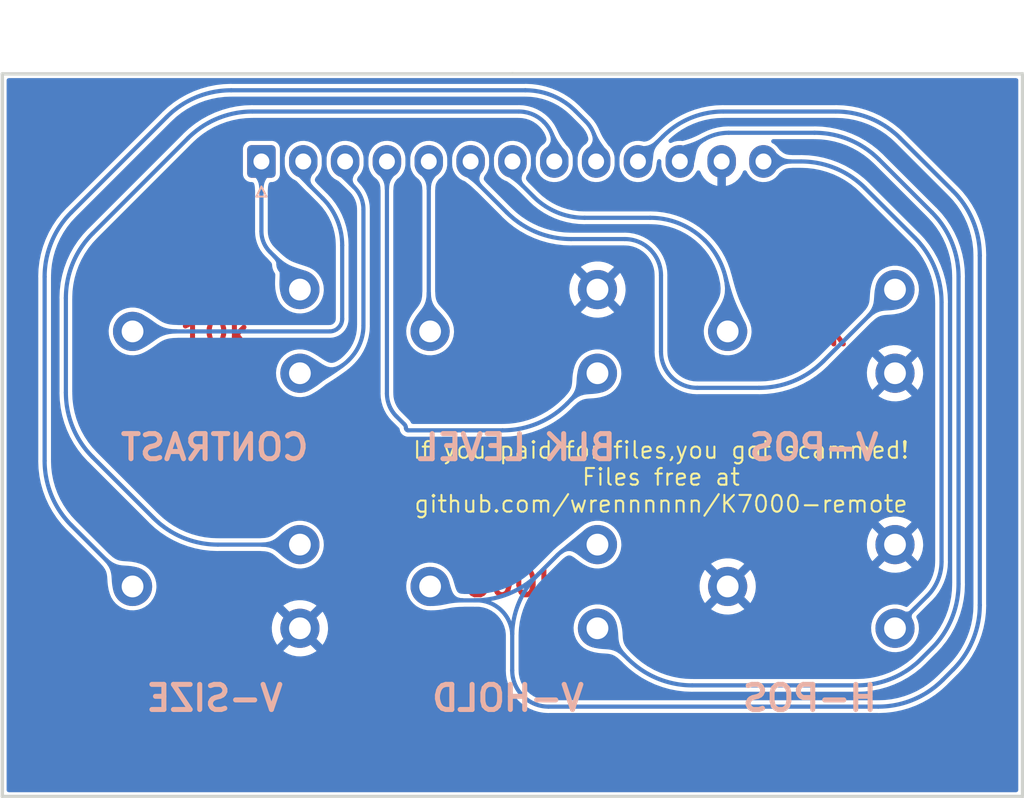
<source format=kicad_pcb>
(kicad_pcb (version 20211014) (generator pcbnew)
  (layers (0 "F.Cu" signal) (31 "B.Cu" signal) (34 "B.Paste" user) (35 "F.Paste" user) (36 "B.SilkS" user "B.Silkscreen") (37 "F.SilkS" user "F.Silkscreen") (38 "B.Mask" user) (39 "F.Mask" user) (44 "Edge.Cuts" user))
  (net 0 "")
  (net 1 "Net-(RV6-Pad1)")
  (net 2 "Net-(RV2-Pad1)")
  (net 3 "Net-(RV4-Pad1)")
  (net 4 "Net-(RV4-Pad2)")
  (net 5 "Net-(RV2-Pad2)")
  (net 6 "Net-(RV2-Pad3)")
  (net 7 "Net-(RV5-Pad2)")
  (net 8 "Net-(RV5-Pad3)")
  (net 9 "Net-(RV3-Pad2)")
  (net 10 "Net-(RV3-Pad1)")
  (net 11 "Net-(RV1-Pad1)")
  (net 12 "Net-(RV1-Pad2)")
  (net 13 "Net-(RV1-Pad3)")
  (footprint "Potentiometer_THT:Potentiometer_Piher_PT-10-V10_Vertical" (layer "B.Cu") (at 110.504 58.819 180)
    (fp_text reference "RV3" hide)
    (fp_text value "R_Potentiometer_Trim")
    (pad "1" thru_hole circle (at 0 0 180) (size 2.34 2.34) (drill 1.3) (layers *.Cu *.Mask) (net 10 "Net-(RV3-Pad1)"))
    (pad "2" thru_hole circle (at 10 2.5 180) (size 2.34 2.34) (drill 1.3) (layers *.Cu *.Mask) (net 9 "Net-(RV3-Pad2)"))
    (pad "3" thru_hole circle (at 0 5 180) (size 2.34 2.34) (drill 1.3) (layers *.Cu *.Mask) (net 2 "Net-(RV2-Pad1)"))
  )
  (footprint "Potentiometer_THT:Potentiometer_Piher_PT-10-V10_Vertical" (layer "B.Cu") (at 92.724 58.819 180)
    (fp_text reference "RV1" hide)
    (fp_text value "R_Potentiometer_Trim")
    (pad "1" thru_hole circle (at 0 0 180) (size 2.34 2.34) (drill 1.3) (layers *.Cu *.Mask) (net 11 "Net-(RV1-Pad1)"))
    (pad "2" thru_hole circle (at 10 2.5 180) (size 2.34 2.34) (drill 1.3) (layers *.Cu *.Mask) (net 12 "Net-(RV1-Pad2)"))
    (pad "3" thru_hole circle (at 0 5 180) (size 2.34 2.34) (drill 1.3) (layers *.Cu *.Mask) (net 13 "Net-(RV1-Pad3)"))
  )
  (footprint "Potentiometer_THT:Potentiometer_Piher_PT-10-V10_Vertical" (layer "B.Cu") (at 92.724 74.059 180)
    (fp_text reference "RV2" hide)
    (fp_text value "R_Potentiometer_Trim")
    (pad "1" thru_hole circle (at 0 0 180) (size 2.34 2.34) (drill 1.3) (layers *.Cu *.Mask) (net 2 "Net-(RV2-Pad1)"))
    (pad "2" thru_hole circle (at 10 2.5 180) (size 2.34 2.34) (drill 1.3) (layers *.Cu *.Mask) (net 5 "Net-(RV2-Pad2)"))
    (pad "3" thru_hole circle (at 0 5 180) (size 2.34 2.34) (drill 1.3) (layers *.Cu *.Mask) (net 6 "Net-(RV2-Pad3)"))
  )
  (footprint "Connector_JST:JST_XH_S13B-XH-A-1_1x13_P2.50mm_Horizontal" (layer "B.Cu") (at 90.424 46.164)
    (fp_text reference "J1" hide)
    (fp_text value "Conn_01x13")
    (fp_line (start 0.3 2.1) (end 0 1.5) (layer "B.SilkS") (width 0.12))
    (fp_line (start -0.3 2.1) (end 0.3 2.1) (layer "B.SilkS") (width 0.12))
    (fp_line (start 0 1.5) (end -0.3 2.1) (layer "B.SilkS") (width 0.12))
    (pad "1" thru_hole roundrect (at 0 0) (size 1.7 1.95) (drill 0.95) (layers *.Cu *.Mask) (roundrect_rratio 0.1470588235) (net 13 "Net-(RV1-Pad3)"))
    (pad "2" thru_hole oval (at 2.5 0) (size 1.7 1.95) (drill 0.95) (layers *.Cu *.Mask) (net 12 "Net-(RV1-Pad2)"))
    (pad "3" thru_hole oval (at 5 0) (size 1.7 1.95) (drill 0.95) (layers *.Cu *.Mask) (net 11 "Net-(RV1-Pad1)"))
    (pad "4" thru_hole oval (at 7.5 0) (size 1.7 1.95) (drill 0.95) (layers *.Cu *.Mask) (net 10 "Net-(RV3-Pad1)"))
    (pad "5" thru_hole oval (at 10 0) (size 1.7 1.95) (drill 0.95) (layers *.Cu *.Mask) (net 9 "Net-(RV3-Pad2)"))
    (pad "6" thru_hole oval (at 12.5 0) (size 1.7 1.95) (drill 0.95) (layers *.Cu *.Mask) (net 8 "Net-(RV5-Pad3)"))
    (pad "7" thru_hole oval (at 15 0) (size 1.7 1.95) (drill 0.95) (layers *.Cu *.Mask) (net 7 "Net-(RV5-Pad2)"))
    (pad "8" thru_hole oval (at 17.5 0) (size 1.7 1.95) (drill 0.95) (layers *.Cu *.Mask) (net 6 "Net-(RV2-Pad3)"))
    (pad "9" thru_hole oval (at 20 0) (size 1.7 1.95) (drill 0.95) (layers *.Cu *.Mask) (net 5 "Net-(RV2-Pad2)"))
    (pad "10" thru_hole oval (at 22.5 0) (size 1.7 1.95) (drill 0.95) (layers *.Cu *.Mask) (net 4 "Net-(RV4-Pad2)"))
    (pad "11" thru_hole oval (at 25 0) (size 1.7 1.95) (drill 0.95) (layers *.Cu *.Mask) (net 3 "Net-(RV4-Pad1)"))
    (pad "12" thru_hole oval (at 27.5 0) (size 1.7 1.95) (drill 0.95) (layers *.Cu *.Mask) (net 2 "Net-(RV2-Pad1)"))
    (pad "13" thru_hole oval (at 30 0) (size 1.7 1.95) (drill 0.95) (layers *.Cu *.Mask) (net 1 "Net-(RV6-Pad1)"))
  )
  (footprint "Potentiometer_THT:Potentiometer_Piher_PT-10-V10_Vertical" (layer "B.Cu") (at 128.284 58.819 180)
    (fp_text reference "RV5" hide)
    (fp_text value "R_Potentiometer_Trim")
    (pad "1" thru_hole circle (at 0 0 180) (size 2.34 2.34) (drill 1.3) (layers *.Cu *.Mask) (net 2 "Net-(RV2-Pad1)"))
    (pad "2" thru_hole circle (at 10 2.5 180) (size 2.34 2.34) (drill 1.3) (layers *.Cu *.Mask) (net 7 "Net-(RV5-Pad2)"))
    (pad "3" thru_hole circle (at 0 5 180) (size 2.34 2.34) (drill 1.3) (layers *.Cu *.Mask) (net 8 "Net-(RV5-Pad3)"))
  )
  (footprint "Potentiometer_THT:Potentiometer_Piher_PT-10-V10_Vertical" (layer "B.Cu") (at 110.504 74.059 180)
    (fp_text reference "RV4" hide)
    (fp_text value "R_Potentiometer_Trim")
    (pad "1" thru_hole circle (at 0 0 180) (size 2.34 2.34) (drill 1.3) (layers *.Cu *.Mask) (net 3 "Net-(RV4-Pad1)"))
    (pad "2" thru_hole circle (at 10 2.5 180) (size 2.34 2.34) (drill 1.3) (layers *.Cu *.Mask) (net 4 "Net-(RV4-Pad2)"))
    (pad "3" thru_hole circle (at 0 5 180) (size 2.34 2.34) (drill 1.3) (layers *.Cu *.Mask) (net 4 "Net-(RV4-Pad2)"))
  )
  (footprint "Potentiometer_THT:Potentiometer_Piher_PT-10-V10_Vertical" (layer "B.Cu") (at 128.284 74.059 180)
    (fp_text reference "RV6" hide)
    (fp_text value "R_Potentiometer_Trim")
    (pad "1" thru_hole circle (at 0 0 180) (size 2.34 2.34) (drill 1.3) (layers *.Cu *.Mask) (net 1 "Net-(RV6-Pad1)"))
    (pad "2" thru_hole circle (at 10 2.5 180) (size 2.34 2.34) (drill 1.3) (layers *.Cu *.Mask) (net 2 "Net-(RV2-Pad1)"))
    (pad "3" thru_hole circle (at 0 5 180) (size 2.34 2.34) (drill 1.3) (layers *.Cu *.Mask) (net 2 "Net-(RV2-Pad1)"))
  )
  (gr_line (start 74.944 84.109) (end 74.944 40.929) (layer "Edge.Cuts") (width 0.2))
  (gr_line (start 135.904 40.929) (end 135.904 84.109) (layer "Edge.Cuts") (width 0.2))
  (gr_line (start 74.944 40.929) (end 105.424 40.929) (layer "Edge.Cuts") (width 0.2))
  (gr_line (start 135.904 84.109) (end 74.944 84.109) (layer "Edge.Cuts") (width 0.2))
  (gr_line (start 105.424 40.929) (end 135.904 40.929) (layer "Edge.Cuts") (width 0.2))
  (gr_text "10k\n" (at 87.63 56.388) (layer "F.Cu") (effects (font (size 1.5 1.5) (thickness 0.3))))
  (gr_text "200Ω" (at 87.884 71.628) (layer "F.Cu") (effects (font (size 1.5 1.5) (thickness 0.3))))
  (gr_text "500k\n" (at 105.41 71.374) (layer "F.Cu") (effects (font (size 1.5 1.5) (thickness 0.3))))
  (gr_text "500Ω\n" (at 123.444 71.628) (layer "F.Cu") (effects (font (size 1.5 1.5) (thickness 0.3))))
  (gr_text "Wren Sorenson" (at 84.074 78.74) (layer "F.Cu") (effects (font (size 1.5 1.5) (thickness 0.3))))
  (gr_text "v1 2023" (at 80.518 81.28) (layer "F.Cu") (effects (font (size 1.5 1.5) (thickness 0.3))))
  (gr_text "2k\n" (at 105.41 56.388) (layer "F.Cu") (effects (font (size 1.5 1.5) (thickness 0.3))))
  (gr_text "25k\n" (at 123.444 56.388) (layer "F.Cu") (effects (font (size 1.5 1.5) (thickness 0.3))))
  (gr_text "V-SIZE\n" (at 87.63 78.232) (layer "B.SilkS") (effects (font (size 1.5 1.5) (thickness 0.3)) (justify mirror)))
  (gr_text "V-HOLD\n" (at 105.156 78.232) (layer "B.SilkS") (effects (font (size 1.5 1.5) (thickness 0.3)) (justify mirror)))
  (gr_text "BLK LEVEL\n" (at 105.664 63.246) (layer "B.SilkS") (effects (font (size 1.5 1.5) (thickness 0.3)) (justify mirror)))
  (gr_text "V-POS" (at 123.444 63.246) (layer "B.SilkS") (effects (font (size 1.5 1.5) (thickness 0.3)) (justify mirror)))
  (gr_text "CONTRAST\n" (at 87.63 63.246) (layer "B.SilkS") (effects (font (size 1.5 1.5) (thickness 0.3)) (justify mirror)))
  (gr_text "H-POS" (at 123.19 78.232) (layer "B.SilkS") (effects (font (size 1.5 1.5) (thickness 0.3)) (justify mirror)))
  (gr_text "If you paid for files,you got scammed!\nFiles free at\ngithub.com/wrennnnnn/K7000-remote\n" (at 114.3 65.024) (layer "F.SilkS") (effects (font (size 1 1) (thickness 0.1246))))
  (segment (start 122.664 46.164) (end 120.424 46.164) (width 0.25) (layer "B.Cu") (net 1))
  (segment (start 131.064 54.577963) (end 131.064 70.077979) (width 0.25) (layer "B.Cu") (net 1))
  (segment (start 130.21475 72.12825) (end 129.45625 72.88675) (width 0.25) (layer "B.Cu") (net 1))
  (segment (start 129.470207 50.730207) (end 126.487919 47.747919) (width 0.25) (layer "B.Cu") (net 1))
  (segment (start 129.27475 73.06825) (end 129.45625 72.88675) (width 0.25) (layer "B.Cu") (net 1))
  (segment (start 129.45625 72.88675) (end 129.27475 73.06825) (width 0.25) (layer "B.Cu") (net 1))
  (segment (start 129.45625 72.88675) (end 129.547 72.796) (width 0.25) (layer "B.Cu") (net 1))
  (segment (start 129.27475 73.06825) (end 128.284 74.059) (width 0.25) (layer "B.Cu") (net 1))
  (arc (start 122.664 46.164) (mid 124.73349 46.575647) (end 126.487919 47.747919) (width 0.25) (layer "B.Cu") (net 1))
  (arc (start 129.470207 50.730207) (mid 130.649786 52.495572) (end 131.064 54.577963) (width 0.25) (layer "B.Cu") (net 1))
  (arc (start 129.45625 72.88675) (mid 129.45625 72.88675) (end 129.45625 72.88675) (width 0.25) (layer "B.Cu") (net 1))
  (arc (start 131.064 70.077979) (mid 130.843287 71.187577) (end 130.21475 72.12825) (width 0.25) (layer "B.Cu") (net 1))
  (segment (start 117.922 46.164) (end 117.924 46.164) (width 0.25) (layer "B.Cu") (net 2))
  (segment (start 118.11 48.514) (end 118.364 48.768) (width 0.25) (layer "B.Cu") (net 2))
  (segment (start 117.888 46.196) (end 117.918585 46.165414) (width 0.25) (layer "B.Cu") (net 2))
  (segment (start 117.856 46.273254) (end 117.856 47.900789) (width 0.25) (layer "B.Cu") (net 2))
  (arc (start 117.922 46.164) (mid 117.920152 46.164367) (end 117.918585 46.165414) (width 0.25) (layer "B.Cu") (net 2))
  (arc (start 117.888 46.196) (mid 117.864316 46.231444) (end 117.856 46.273254) (width 0.25) (layer "B.Cu") (net 2))
  (arc (start 118.11 48.514) (mid 117.922012 48.232656) (end 117.856 47.900789) (width 0.25) (layer "B.Cu") (net 2))
  (segment (start 132.08 71.406036) (end 132.08 53.053963) (width 0.25) (layer "B.Cu") (net 3))
  (segment (start 123.476036 44.45) (end 118.349981 44.45) (width 0.25) (layer "B.Cu") (net 3))
  (segment (start 116.281 45.307) (end 115.424 46.164) (width 0.25) (layer "B.Cu") (net 3))
  (segment (start 130.486206 75.253792) (end 129.863792 75.876207) (width 0.25) (layer "B.Cu") (net 3))
  (segment (start 112.321207 75.876207) (end 110.504 74.059) (width 0.25) (layer "B.Cu") (net 3))
  (segment (start 126.016036 77.47) (end 116.168963 77.47) (width 0.25) (layer "B.Cu") (net 3))
  (segment (start 130.486207 49.206207) (end 127.323792 46.043792) (width 0.25) (layer "B.Cu") (net 3))
  (arc (start 118.349981 44.45) (mid 117.230256 44.672727) (end 116.281 45.307) (width 0.25) (layer "B.Cu") (net 3))
  (arc (start 126.016036 77.47) (mid 128.098426 77.055786) (end 129.863792 75.876207) (width 0.25) (layer "B.Cu") (net 3))
  (arc (start 130.486207 49.206207) (mid 131.665786 50.971572) (end 132.08 53.053963) (width 0.25) (layer "B.Cu") (net 3))
  (arc (start 132.08 71.406036) (mid 131.665786 73.488426) (end 130.486206 75.253792) (width 0.25) (layer "B.Cu") (net 3))
  (arc (start 123.476036 44.45) (mid 125.558426 44.864213) (end 127.323792 46.043792) (width 0.25) (layer "B.Cu") (net 3))
  (arc (start 112.321207 75.876207) (mid 114.086572 77.055786) (end 116.168963 77.47) (width 0.25) (layer "B.Cu") (net 3))
  (segment (start 100.33 72.0615) (end 100.33 71.856036) (width 0.25) (layer "B.Cu") (net 4))
  (segment (start 107.578025 78.74) (end 127.286036 78.74) (width 0.25) (layer "B.Cu") (net 4))
  (segment (start 128.593792 44.773792) (end 131.756207 47.936207) (width 0.25) (layer "B.Cu") (net 4))
  (segment (start 105.41 74.389998) (end 105.41 76.571974) (width 0.25) (layer "B.Cu") (net 4))
  (segment (start 118.018006 43.18) (end 124.746036 43.18) (width 0.25) (layer "B.Cu") (net 4))
  (segment (start 131.133792 77.146206) (end 131.756207 76.523792) (width 0.25) (layer "B.Cu") (net 4))
  (segment (start 133.35 51.783963) (end 133.35 72.676036) (width 0.25) (layer "B.Cu") (net 4))
  (segment (start 100.6585 72.39) (end 103.156036 72.39) (width 0.25) (layer "B.Cu") (net 4))
  (segment (start 107.003792 70.796207) (end 108.117685 69.682314) (width 0.25) (layer "B.Cu") (net 4))
  (segment (start 114.416 44.672) (end 112.924 46.164) (width 0.25) (layer "B.Cu") (net 4))
  (segment (start 100.417 71.646) (end 100.504 71.559) (width 0.25) (layer "B.Cu") (net 4))
  (segment (start 109.6225 69.059) (end 110.504 69.059) (width 0.25) (layer "B.Cu") (net 4))
  (arc (start 100.417 71.646) (mid 100.35261 71.742365) (end 100.33 71.856036) (width 0.25) (layer "B.Cu") (net 4))
  (arc (start 133.35 72.676036) (mid 132.935786 74.758426) (end 131.756207 76.523792) (width 0.25) (layer "B.Cu") (net 4))
  (arc (start 106.045 78.105) (mid 106.748357 78.574968) (end 107.578025 78.74) (width 0.25) (layer "B.Cu") (net 4))
  (arc (start 118.018006 43.18) (mid 116.068614 43.567758) (end 114.416 44.672) (width 0.25) (layer "B.Cu") (net 4))
  (arc (start 100.6585 72.39) (mid 100.426215 72.293784) (end 100.33 72.0615) (width 0.25) (layer "B.Cu") (net 4))
  (arc (start 107.003792 70.796207) (mid 105.238426 71.975786) (end 103.156036 72.39) (width 0.25) (layer "B.Cu") (net 4))
  (arc (start 133.35 51.783963) (mid 132.935786 49.701572) (end 131.756207 47.936207) (width 0.25) (layer "B.Cu") (net 4))
  (arc (start 109.6225 69.059) (mid 108.8081 69.220994) (end 108.117685 69.682314) (width 0.25) (layer "B.Cu") (net 4))
  (arc (start 131.133792 77.146206) (mid 129.368426 78.325786) (end 127.286036 78.74) (width 0.25) (layer "B.Cu") (net 4))
  (arc (start 105.41 74.389998) (mid 105.824213 72.495569) (end 107.003792 70.796207) (width 0.25) (layer "B.Cu") (net 4))
  (arc (start 128.593792 44.773792) (mid 126.828426 43.594213) (end 124.746036 43.18) (width 0.25) (layer "B.Cu") (net 4))
  (arc (start 105.41 76.571974) (mid 105.575031 77.401641) (end 106.045 78.105) (width 0.25) (layer "B.Cu") (net 4))
  (arc (start 105.41 74.389998) (mid 104.749829 72.975785) (end 103.156036 72.39) (width 0.25) (layer "B.Cu") (net 4))
  (segment (start 109.187 43.147) (end 109.794674 43.754674) (width 0.25) (layer "B.Cu") (net 5))
  (segment (start 79.063792 49.206207) (end 84.766207 43.503792) (width 0.25) (layer "B.Cu") (net 5))
  (segment (start 79.063792 67.898792) (end 82.724 71.559) (width 0.25) (layer "B.Cu") (net 5))
  (segment (start 110.424 45.274) (end 110.424 46.164) (width 0.25) (layer "B.Cu") (net 5))
  (segment (start 77.47 64.051036) (end 77.47 53.053963) (width 0.25) (layer "B.Cu") (net 5))
  (segment (start 106.200617 41.91) (end 88.613963 41.91) (width 0.25) (layer "B.Cu") (net 5))
  (arc (start 106.200617 41.91) (mid 107.816835 42.231485) (end 109.187 43.147) (width 0.25) (layer "B.Cu") (net 5))
  (arc (start 79.063792 67.898792) (mid 77.884213 66.133426) (end 77.47 64.051036) (width 0.25) (layer "B.Cu") (net 5))
  (arc (start 110.424 45.274) (mid 110.260443 44.451746) (end 109.794674 43.754674) (width 0.25) (layer "B.Cu") (net 5))
  (arc (start 84.766207 43.503792) (mid 86.531572 42.324213) (end 88.613963 41.91) (width 0.25) (layer "B.Cu") (net 5))
  (arc (start 79.063792 49.206207) (mid 77.884213 50.971572) (end 77.47 53.053963) (width 0.25) (layer "B.Cu") (net 5))
  (segment (start 89.883963 43.18) (end 105.800359 43.18) (width 0.25) (layer "B.Cu") (net 6))
  (segment (start 107.308817 43.808817) (end 107.302 43.802) (width 0.25) (layer "B.Cu") (net 6))
  (segment (start 83.975207 67.465207) (end 80.333792 63.823792) (width 0.25) (layer "B.Cu") (net 6))
  (segment (start 107.924 45.294) (end 107.924 46.164) (width 0.25) (layer "B.Cu") (net 6))
  (segment (start 87.822963 69.059) (end 92.724 69.059) (width 0.25) (layer "B.Cu") (net 6))
  (segment (start 78.74 54.323963) (end 78.74 59.976036) (width 0.25) (layer "B.Cu") (net 6))
  (segment (start 86.036207 44.773792) (end 80.333792 50.476207) (width 0.25) (layer "B.Cu") (net 6))
  (arc (start 89.883963 43.18) (mid 87.801572 43.594213) (end 86.036207 44.773792) (width 0.25) (layer "B.Cu") (net 6))
  (arc (start 107.302 43.802) (mid 106.613041 43.341652) (end 105.800359 43.18) (width 0.25) (layer "B.Cu") (net 6))
  (arc (start 80.333792 63.823792) (mid 79.154213 62.058426) (end 78.74 59.976036) (width 0.25) (layer "B.Cu") (net 6))
  (arc (start 107.308817 43.808817) (mid 107.764119 44.490224) (end 107.924 45.294) (width 0.25) (layer "B.Cu") (net 6))
  (arc (start 78.74 54.323963) (mid 79.154213 52.241572) (end 80.333792 50.476207) (width 0.25) (layer "B.Cu") (net 6))
  (arc (start 83.975207 67.465207) (mid 85.740572 68.644786) (end 87.822963 69.059) (width 0.25) (layer "B.Cu") (net 6))
  (segment (start 118.284 54.163087) (end 118.284 56.319) (width 0.25) (layer "B.Cu") (net 7))
  (segment (start 105.720984 47.300984) (end 106.687 48.267) (width 0.25) (layer "B.Cu") (net 7))
  (segment (start 105.424 46.584) (end 105.424 46.164) (width 0.25) (layer "B.Cu") (net 7))
  (segment (start 109.736151 49.53) (end 113.650912 49.53) (width 0.25) (layer "B.Cu") (net 7))
  (arc (start 116.927 50.887) (mid 117.931327 52.390081) (end 118.284 54.163087) (width 0.25) (layer "B.Cu") (net 7))
  (arc (start 105.720984 47.300984) (mid 105.501183 46.972029) (end 105.424 46.584) (width 0.25) (layer "B.Cu") (net 7))
  (arc (start 116.927 50.887) (mid 115.423918 49.882672) (end 113.650912 49.53) (width 0.25) (layer "B.Cu") (net 7))
  (arc (start 109.736151 49.53) (mid 108.085962 49.201756) (end 106.687 48.267) (width 0.25) (layer "B.Cu") (net 7))
  (segment (start 114.3 52.968025) (end 114.3 57.521974) (width 0.25) (layer "B.Cu") (net 8))
  (segment (start 124.006792 58.096207) (end 128.284 53.819) (width 0.25) (layer "B.Cu") (net 8))
  (segment (start 120.159036 59.69) (end 116.468025 59.69) (width 0.25) (layer "B.Cu") (net 8))
  (segment (start 108.933963 50.8) (end 112.131974 50.8) (width 0.25) (layer "B.Cu") (net 8))
  (segment (start 105.086207 49.206207) (end 103.235126 47.355126) (width 0.25) (layer "B.Cu") (net 8))
  (segment (start 102.924 46.604) (end 102.924 46.164) (width 0.25) (layer "B.Cu") (net 8))
  (arc (start 124.006792 58.096207) (mid 122.241426 59.275786) (end 120.159036 59.69) (width 0.25) (layer "B.Cu") (net 8))
  (arc (start 113.665 51.435) (mid 112.961641 50.965031) (end 112.131974 50.8) (width 0.25) (layer "B.Cu") (net 8))
  (arc (start 114.935 59.055) (mid 115.638357 59.524968) (end 116.468025 59.69) (width 0.25) (layer "B.Cu") (net 8))
  (arc (start 114.3 52.968025) (mid 114.134968 52.138357) (end 113.665 51.435) (width 0.25) (layer "B.Cu") (net 8))
  (arc (start 102.924 46.604) (mid 103.004859 47.010506) (end 103.235126 47.355126) (width 0.25) (layer "B.Cu") (net 8))
  (arc (start 105.086207 49.206207) (mid 106.851572 50.385786) (end 108.933963 50.8) (width 0.25) (layer "B.Cu") (net 8))
  (arc (start 114.935 59.055) (mid 114.465031 58.351641) (end 114.3 57.521974) (width 0.25) (layer "B.Cu") (net 8))
  (segment (start 100.464 56.279) (end 100.504 56.319) (width 0.25) (layer "B.Cu") (net 9))
  (segment (start 100.424 56.182431) (end 100.424 46.164) (width 0.25) (layer "B.Cu") (net 9))
  (arc (start 100.464 56.279) (mid 100.434395 56.234693) (end 100.424 56.182431) (width 0.25) (layer "B.Cu") (net 9))
  (segment (start 99.194 62.23) (end 104.839036 62.23) (width 0.25) (layer "B.Cu") (net 10))
  (segment (start 98.965247 61.867247) (end 98.492 61.394) (width 0.25) (layer "B.Cu") (net 10))
  (segment (start 97.924 60.022726) (end 97.924 46.164) (width 0.25) (layer "B.Cu") (net 10))
  (segment (start 108.686792 60.636207) (end 110.504 58.819) (width 0.25) (layer "B.Cu") (net 10))
  (arc (start 108.686792 60.636207) (mid 106.921426 61.815786) (end 104.839036 62.23) (width 0.25) (layer "B.Cu") (net 10))
  (arc (start 98.965247 61.867247) (mid 99.035374 61.972199) (end 99.06 62.096) (width 0.25) (layer "B.Cu") (net 10))
  (arc (start 99.194 62.23) (mid 99.099247 62.190752) (end 99.06 62.096) (width 0.25) (layer "B.Cu") (net 10))
  (arc (start 97.924 60.022726) (mid 98.071618 60.764854) (end 98.492 61.394) (width 0.25) (layer "B.Cu") (net 10))
  (segment (start 95.603008 58.066991) (end 95.685499 57.984499) (width 0.25) (layer "B.Cu") (net 11))
  (segment (start 96.52 55.969838) (end 96.52 49.034989) (width 0.25) (layer "B.Cu") (net 11))
  (segment (start 93.7875 58.819) (end 92.724 58.819) (width 0.25) (layer "B.Cu") (net 11))
  (segment (start 95.777553 47.517553) (end 95.972 47.712) (width 0.25) (layer "B.Cu") (net 11))
  (segment (start 95.424 46.664) (end 95.424 46.164) (width 0.25) (layer "B.Cu") (net 11))
  (arc (start 95.777553 47.517553) (mid 95.515885 47.125939) (end 95.424 46.664) (width 0.25) (layer "B.Cu") (net 11))
  (arc (start 95.603008 58.066991) (mid 94.770045 58.623559) (end 93.7875 58.819) (width 0.25) (layer "B.Cu") (net 11))
  (arc (start 96.52 49.034989) (mid 96.377579 48.318992) (end 95.972 47.712) (width 0.25) (layer "B.Cu") (net 11))
  (arc (start 96.52 55.969838) (mid 96.30312 57.060165) (end 95.685499 57.984499) (width 0.25) (layer "B.Cu") (net 11))
  (segment (start 93.291695 47.571695) (end 94.087 48.367) (width 0.25) (layer "B.Cu") (net 12))
  (segment (start 94.50058 56.319) (end 82.724 56.319) (width 0.25) (layer "B.Cu") (net 12))
  (segment (start 95.25 55.56958) (end 95.25 51.17473) (width 0.25) (layer "B.Cu") (net 12))
  (segment (start 92.924 46.684) (end 92.924 46.164) (width 0.25) (layer "B.Cu") (net 12))
  (arc (start 95.25 55.56958) (mid 95.192953 55.85637) (end 95.0305 56.0995) (width 0.25) (layer "B.Cu") (net 12))
  (arc (start 94.50058 56.319) (mid 94.78737 56.261953) (end 95.0305 56.0995) (width 0.25) (layer "B.Cu") (net 12))
  (arc (start 93.291695 47.571695) (mid 93.01956 47.164417) (end 92.924 46.684) (width 0.25) (layer "B.Cu") (net 12))
  (arc (start 94.087 48.367) (mid 94.947746 49.655197) (end 95.25 51.17473) (width 0.25) (layer "B.Cu") (net 12))
  (segment (start 90.424 50.335579) (end 90.424 46.164) (width 0.25) (layer "B.Cu") (net 13))
  (segment (start 91.275597 51.905597) (end 90.932 51.562) (width 0.25) (layer "B.Cu") (net 13))
  (segment (start 91.604402 52.699402) (end 92.724 53.819) (width 0.25) (layer "B.Cu") (net 13))
  (arc (start 91.44 52.3025) (mid 91.397273 52.087697) (end 91.275597 51.905597) (width 0.25) (layer "B.Cu") (net 13))
  (arc (start 90.424 50.335579) (mid 90.556024 50.999313) (end 90.932 51.562) (width 0.25) (layer "B.Cu") (net 13))
  (arc (start 91.44 52.3025) (mid 91.482726 52.517301) (end 91.604402 52.699402) (width 0.25) (layer "B.Cu") (net 13))
  (zone (net 11) (net_name "Net-(RV1-Pad1)") (layer "B.Cu") (priority 16962) (connect_pads yes (clearance 0)) (min_thickness 0.0254) (fill yes (thermal_gap 0.508) (thermal_bridge_width 0.508))
    (polygon (pts (xy 96.058232 47.621455) (xy 95.954246 47.496933) (xy 95.895994 47.380056) (xy 95.87647 47.26829) (xy 95.888666 47.159107) (xy 95.925577 47.049973) (xy 95.980197 46.938358) (xy 96.045519 46.82173) (xy 96.114538 46.697558) (xy 96.180248 46.563311) (xy 96.235643 46.416458) (xy 95.360713 45.743739) (xy 94.82296 46.76504) (xy 94.950658 46.892029) (xy 95.060111 46.99956) (xy 95.156341 47.092956) (xy 95.244369 47.177542) (xy 95.329215 47.258643) (xy 95.4159 47.341583) (xy 95.509445 47.431688) (xy 95.614872 47.534281) (xy 95.737202 47.654687) (xy 95.881455 47.798232)))
  )
  (zone (net 4) (net_name "Net-(RV4-Pad2)") (layer "B.Cu") (priority 16962) (connect_pads yes (clearance 0)) (min_thickness 0.0254) (fill yes (thermal_gap 0.508) (thermal_bridge_width 0.508))
    (polygon (pts (xy 102.4985 72.265) (xy 102.308703 72.250505) (xy 102.156301 72.20864) (xy 102.035689 72.141828) (xy 101.941261 72.052495) (xy 101.867413 71.943067) (xy 101.80854 71.815968) (xy 101.759037 71.673625) (xy 101.713299 71.518462) (xy 101.665722 71.352904) (xy 101.6107 71.179378) (xy 100.09197 71.143722) (xy 100.504 72.728999) (xy 100.7492 72.723007) (xy 100.957163 72.706743) (xy 101.138039 72.682775) (xy 101.30198 72.653671) (xy 101.459139 72.621999) (xy 101.619666 72.590327) (xy 101.793714 72.561223) (xy 101.991435 72.537255) (xy 102.222979 72.520991) (xy 102.4985 72.515)))
  )
  (zone (net 3) (net_name "Net-(RV4-Pad1)") (layer "B.Cu") (priority 16962) (connect_pads yes (clearance 0)) (min_thickness 0.0254) (fill yes (thermal_gap 0.508) (thermal_bridge_width 0.508))
    (polygon (pts (xy 116.900949 44.691069) (xy 116.671992 44.810929) (xy 116.476012 44.905995) (xy 116.305088 44.981157) (xy 116.151303 45.041311) (xy 116.006738 45.091349) (xy 115.863473 45.136165) (xy 115.713591 45.180652) (xy 115.549172 45.229704) (xy 115.362298 45.288214) (xy 115.145051 45.361076) (xy 115.12348 46.46452) (xy 116.226924 46.442949) (xy 116.289341 46.236362) (xy 116.332452 46.046802) (xy 116.364899 45.872333) (xy 116.39533 45.711021) (xy 116.432389 45.560931) (xy 116.484721 45.420126) (xy 116.560971 45.286673) (xy 116.669784 45.158637) (xy 116.819806 45.034082) (xy 117.019683 44.911073)))
  )
  (zone (net 1) (net_name "Net-(RV6-Pad1)") (layer "B.Cu") (priority 16962) (connect_pads yes (clearance 0)) (min_thickness 0.0254) (fill yes (thermal_gap 0.508) (thermal_bridge_width 0.508))
    (polygon (pts (xy 129.179289 72.986934) (xy 129.143614 73.016384) (xy 129.105378 73.037559) (xy 129.065887 73.051575) (xy 129.026448 73.059548) (xy 128.988367 73.062591) (xy 128.952951 73.061821) (xy 128.921504 73.058353) (xy 128.895335 73.053301) (xy 128.875748 73.047782) (xy 128.864052 73.04291) (xy 127.870343 74.472657) (xy 129.30009 73.478948) (xy 129.295217 73.467251) (xy 129.289698 73.447664) (xy 129.284646 73.421495) (xy 129.281178 73.390048) (xy 129.280408 73.354632) (xy 129.283451 73.316551) (xy 129.291424 73.277112) (xy 129.30544 73.237621) (xy 129.326615 73.199385) (xy 129.356066 73.163711)))
  )
  (zone (net 10) (net_name "Net-(RV3-Pad1)") (layer "B.Cu") (priority 16962) (connect_pads yes (clearance 0)) (min_thickness 0.0254) (fill yes (thermal_gap 0.508) (thermal_bridge_width 0.508))
    (polygon (pts (xy 98.049 47.854) (xy 98.059302 47.654601) (xy 98.088473 47.491127) (xy 98.133914 47.355726) (xy 98.193021 47.240548) (xy 98.263195 47.137741) (xy 98.341832 47.039455) (xy 98.426333 46.93784) (xy 98.514095 46.825043) (xy 98.602518 46.693216) (xy 98.689 46.534506) (xy 97.924 45.739) (xy 97.159 46.534506) (xy 97.245481 46.693216) (xy 97.333904 46.825043) (xy 97.421666 46.93784) (xy 97.506167 47.039455) (xy 97.584804 47.137741) (xy 97.654978 47.240548) (xy 97.714085 47.355726) (xy 97.759526 47.491127) (xy 97.788697 47.654601) (xy 97.799 47.854)))
  )
  (zone (net 11) (net_name "Net-(RV1-Pad1)") (layer "B.Cu") (priority 16962) (connect_pads yes (clearance 0)) (min_thickness 0.0254) (fill yes (thermal_gap 0.508) (thermal_bridge_width 0.508))
    (polygon (pts (xy 94.955365 58.396708) (xy 94.728515 58.495973) (xy 94.532685 58.533587) (xy 94.360613 58.519052) (xy 94.205041 58.461872) (xy 94.058708 58.371549) (xy 93.914354 58.257588) (xy 93.76472 58.12949) (xy 93.602544 57.99676) (xy 93.420568 57.868901) (xy 93.211532 57.755416) (xy 92.139132 58.831413) (xy 93.283426 59.84659) (xy 93.513765 59.714051) (xy 93.703565 59.591341) (xy 93.863762 59.475566) (xy 94.005292 59.363833) (xy 94.139092 59.253248) (xy 94.276098 59.140918) (xy 94.427245 59.023949) (xy 94.60347 58.899449) (xy 94.815709 58.764523) (xy 95.074899 58.616278)))
  )
  (zone (net 5) (net_name "Net-(RV2-Pad2)") (layer "B.Cu") (priority 16962) (connect_pads yes (clearance 0)) (min_thickness 0.0254) (fill yes (thermal_gap 0.508) (thermal_bridge_width 0.508))
    (polygon (pts (xy 80.988054 69.999831) (xy 81.173193 70.206619) (xy 81.302432 70.397016) (xy 81.38656 70.576129) (xy 81.43637 70.749065) (xy 81.462651 70.920931) (xy 81.476194 71.096834) (xy 81.487789 71.281882) (xy 81.508228 71.481182) (xy 81.548301 71.69984) (xy 81.618799 71.942965) (xy 83.137657 71.972657) (xy 83.107965 70.453799) (xy 82.86484 70.383301) (xy 82.646182 70.343228) (xy 82.446882 70.322789) (xy 82.261834 70.311194) (xy 82.085931 70.297651) (xy 81.914065 70.27137) (xy 81.741129 70.22156) (xy 81.562016 70.137432) (xy 81.371619 70.008193) (xy 81.164831 69.823054)))
  )
  (zone (net 13) (net_name "Net-(RV1-Pad3)") (layer "B.Cu") (priority 16962) (connect_pads yes (clearance 0)) (min_thickness 0.0254) (fill yes (thermal_gap 0.508) (thermal_bridge_width 0.508))
    (polygon (pts (xy 91.027435 51.834212) (xy 91.213605 52.042592) (xy 91.346251 52.23828) (xy 91.433963 52.424483) (xy 91.485331 52.604412) (xy 91.508947 52.781273) (xy 91.513401 52.958277) (xy 91.507284 53.138631) (xy 91.499186 53.325545) (xy 91.497697 53.522226) (xy 91.51141 53.731884) (xy 91.548913 53.957728) (xy 91.618799 54.202965) (xy 93.137657 54.232657) (xy 93.107965 52.713799) (xy 92.893376 52.641069) (xy 92.703326 52.578847) (xy 92.533504 52.523148) (xy 92.3796 52.469982) (xy 92.237303 52.415363) (xy 92.102305 52.355305) (xy 91.970295 52.285819) (xy 91.836962 52.202919) (xy 91.697998 52.102618) (xy 91.549091 51.980928) (xy 91.385932 51.833863) (xy 91.204212 51.657435)))
  )
  (zone (net 11) (net_name "Net-(RV1-Pad1)") (layer "B.Cu") (priority 16962) (connect_pads yes (clearance 0)) (min_thickness 0.0254) (fill yes (thermal_gap 0.508) (thermal_bridge_width 0.508))
    (polygon (pts (xy 95.236824 58.217533) (xy 95.037358 58.345251) (xy 94.854734 58.423994) (xy 94.685574 58.459388) (xy 94.526499 58.457057) (xy 94.374131 58.422629) (xy 94.22509 58.361727) (xy 94.075999 58.279978) (xy 93.923478 58.183007) (xy 93.76415 58.07644) (xy 93.594635 57.965902) (xy 93.411555 57.857018) (xy 93.211532 57.755416) (xy 92.139132 58.831413) (xy 93.41825 59.760762) (xy 93.617422 59.61606) (xy 93.79289 59.492582) (xy 93.949841 59.385754) (xy 94.093463 59.291001) (xy 94.228944 59.203749) (xy 94.361473 59.119423) (xy 94.496237 59.03345) (xy 94.638425 58.941254) (xy 94.793223 58.838262) (xy 94.965821 58.719899) (xy 95.161407 58.58159) (xy 95.385168 58.418763)))
  )
  (zone (net 1) (net_name "Net-(RV6-Pad1)") (layer "B.Cu") (priority 16962) (connect_pads yes (clearance 0)) (min_thickness 0.0254) (fill yes (thermal_gap 0.508) (thermal_bridge_width 0.508))
    (polygon (pts (xy 122.114 46.039) (xy 121.914601 46.028697) (xy 121.751127 45.999526) (xy 121.615726 45.954085) (xy 121.500548 45.894978) (xy 121.397741 45.824804) (xy 121.299455 45.746167) (xy 121.19784 45.661666) (xy 121.085043 45.573904) (xy 120.953216 45.485481) (xy 120.794506 45.399) (xy 119.999 46.164) (xy 120.794506 46.929) (xy 120.953216 46.842518) (xy 121.085043 46.754095) (xy 121.19784 46.666333) (xy 121.299455 46.581832) (xy 121.397741 46.503195) (xy 121.500548 46.433021) (xy 121.615726 46.373914) (xy 121.751127 46.328473) (xy 121.914601 46.299302) (xy 122.114 46.289)))
  )
  (zone (net 12) (net_name "Net-(RV1-Pad2)") (layer "B.Cu") (priority 16962) (connect_pads yes (clearance 0)) (min_thickness 0.0254) (fill yes (thermal_gap 0.508) (thermal_bridge_width 0.508))
    (polygon (pts (xy 85.054 56.194) (xy 84.776864 56.178691) (xy 84.550847 56.135446) (xy 84.364707 56.068282) (xy 84.207202 55.981218) (xy 84.067091 55.878274) (xy 83.933133 55.763467) (xy 83.794085 55.640818) (xy 83.638706 55.514344) (xy 83.455755 55.388065) (xy 83.233991 55.266) (xy 82.139 56.319) (xy 83.233991 57.372) (xy 83.455755 57.249934) (xy 83.638706 57.123655) (xy 83.794085 56.997181) (xy 83.933133 56.874532) (xy 84.067091 56.759725) (xy 84.207202 56.656781) (xy 84.364707 56.569717) (xy 84.550847 56.502553) (xy 84.776864 56.459308) (xy 85.054 56.444)))
  )
  (zone (net 7) (net_name "Net-(RV5-Pad2)") (layer "B.Cu") (priority 16962) (connect_pads yes (clearance 0)) (min_thickness 0.0254) (fill yes (thermal_gap 0.508) (thermal_bridge_width 0.508))
    (polygon (pts (xy 118.016019 53.036715) (xy 118.096564 53.422224) (xy 118.126135 53.75016) (xy 118.110592 54.033087) (xy 118.055798 54.283575) (xy 117.967614 54.514189) (xy 117.851901 54.737496) (xy 117.714522 54.966065) (xy 117.561337 55.212462) (xy 117.398209 55.489254) (xy 117.231 55.809009) (xy 118.284 56.904) (xy 119.337 55.809009) (xy 119.17437 55.474745) (xy 119.035745 55.189723) (xy 118.916686 54.939708) (xy 118.812751 54.710468) (xy 118.7195 54.487769) (xy 118.632493 54.25738) (xy 118.547288 54.005066) (xy 118.459447 53.716595) (xy 118.364527 53.377734) (xy 118.258089 52.974251)))
  )
  (zone (net 13) (net_name "Net-(RV1-Pad3)") (layer "B.Cu") (priority 16962) (connect_pads yes (clearance 0)) (min_thickness 0.0254) (fill yes (thermal_gap 0.508) (thermal_bridge_width 0.508))
    (polygon (pts (xy 90.549 47.854) (xy 90.559302 47.654601) (xy 90.588473 47.491127) (xy 90.633914 47.355726) (xy 90.693021 47.240548) (xy 90.763195 47.137741) (xy 90.841832 47.039455) (xy 90.926333 46.93784) (xy 91.014095 46.825043) (xy 91.102518 46.693216) (xy 91.189 46.534506) (xy 90.424 45.739) (xy 89.659 46.534506) (xy 89.745481 46.693216) (xy 89.833904 46.825043) (xy 89.921666 46.93784) (xy 90.006167 47.039455) (xy 90.084804 47.137741) (xy 90.154978 47.240548) (xy 90.214085 47.355726) (xy 90.259526 47.491127) (xy 90.288697 47.654601) (xy 90.299 47.854)))
  )
  (zone (net 12) (net_name "Net-(RV1-Pad2)") (layer "B.Cu") (priority 16962) (connect_pads yes (clearance 0)) (min_thickness 0.0254) (fill yes (thermal_gap 0.508) (thermal_bridge_width 0.508))
    (polygon (pts (xy 85.405 56.194) (xy 85.132311 56.184467) (xy 84.899804 56.156992) (xy 84.70043 56.11326) (xy 84.52714 56.054954) (xy 84.372886 55.983759) (xy 84.230617 55.90136) (xy 84.093287 55.809441) (xy 83.953845 55.709686) (xy 83.805243 55.60378) (xy 83.640433 55.493408) (xy 83.452365 55.380252) (xy 83.233991 55.266) (xy 82.139 56.319) (xy 83.233991 57.372) (xy 83.452365 57.257747) (xy 83.640433 57.144591) (xy 83.805243 57.034219) (xy 83.953845 56.928313) (xy 84.093287 56.828558) (xy 84.230617 56.736639) (xy 84.372886 56.65424) (xy 84.52714 56.583045) (xy 84.70043 56.524739) (xy 84.899804 56.481007) (xy 85.132311 56.453532) (xy 85.405 56.444)))
  )
  (zone (net 4) (net_name "Net-(RV4-Pad2)") (layer "B.Cu") (priority 16962) (connect_pads yes (clearance 0)) (min_thickness 0.0254) (fill yes (thermal_gap 0.508) (thermal_bridge_width 0.508))
    (polygon (pts (xy 114.030621 44.880602) (xy 113.88234 45.014313) (xy 113.746119 45.109278) (xy 113.618245 45.17289) (xy 113.495006 45.212538) (xy 113.372691 45.235613) (xy 113.247588 45.249507) (xy 113.115984 45.261609) (xy 112.974167 45.27931) (xy 112.818427 45.310002) (xy 112.645051 45.361076) (xy 112.62348 46.46452) (xy 113.726924 46.442949) (xy 113.777997 46.269572) (xy 113.808689 46.113832) (xy 113.82639 45.972015) (xy 113.838492 45.840411) (xy 113.852386 45.715308) (xy 113.875461 45.592993) (xy 113.915109 45.469754) (xy 113.978721 45.34188) (xy 114.073686 45.205659) (xy 114.207398 45.057379)))
  )
  (zone (net 8) (net_name "Net-(RV5-Pad3)") (layer "B.Cu") (priority 16962) (connect_pads yes (clearance 0)) (min_thickness 0.0254) (fill yes (thermal_gap 0.508) (thermal_bridge_width 0.508))
    (polygon (pts (xy 103.638675 47.581899) (xy 103.53416 47.458187) (xy 103.472843 47.341977) (xy 103.448137 47.230725) (xy 103.453454 47.121885) (xy 103.482204 47.012913) (xy 103.527799 46.901266) (xy 103.583652 46.784398) (xy 103.643174 46.659764) (xy 103.699777 46.524822) (xy 103.746872 46.377026) (xy 102.840522 45.74728) (xy 102.32296 46.76504) (xy 102.455051 46.893063) (xy 102.571252 46.99822) (xy 102.676004 47.086699) (xy 102.773751 47.164684) (xy 102.868934 47.238362) (xy 102.965998 47.313921) (xy 103.069383 47.397544) (xy 103.183533 47.495421) (xy 103.312891 47.613735) (xy 103.461899 47.758675)))
  )
  (zone (net 10) (net_name "Net-(RV3-Pad1)") (layer "B.Cu") (priority 16962) (connect_pads yes (clearance 0)) (min_thickness 0.0254) (fill yes (thermal_gap 0.508) (thermal_bridge_width 0.508))
    (polygon (pts (xy 108.94483 60.554946) (xy 109.151618 60.369806) (xy 109.342015 60.240567) (xy 109.521128 60.156438) (xy 109.694064 60.106629) (xy 109.86593 60.080348) (xy 110.041833 60.066805) (xy 110.226881 60.05521) (xy 110.426181 60.034771) (xy 110.644839 59.994698) (xy 110.887964 59.924201) (xy 110.917657 58.405343) (xy 109.398799 58.435035) (xy 109.328301 58.678159) (xy 109.288228 58.896817) (xy 109.267789 59.096117) (xy 109.256193 59.281165) (xy 109.24265 59.457068) (xy 109.216369 59.628934) (xy 109.16656 59.80187) (xy 109.082431 59.980983) (xy 108.953192 60.17138) (xy 108.768053 60.378169)))
  )
  (zone (net 12) (net_name "Net-(RV1-Pad2)") (layer "B.Cu") (priority 16962) (connect_pads yes (clearance 0)) (min_thickness 0.0254) (fill yes (thermal_gap 0.508) (thermal_bridge_width 0.508))
    (polygon (pts (xy 93.531418 47.634641) (xy 93.42738 47.509568) (xy 93.370078 47.39225) (xy 93.352327 47.280143) (xy 93.366945 47.170701) (xy 93.406748 47.061377) (xy 93.464554 46.949628) (xy 93.533179 46.832906) (xy 93.60544 46.708667) (xy 93.674154 46.574366) (xy 93.732139 46.427457) (xy 92.866426 45.742918) (xy 92.32296 46.76504) (xy 92.449263 46.891755) (xy 92.556489 47.000097) (xy 92.649862 47.095117) (xy 92.73461 47.181863) (xy 92.815958 47.265387) (xy 92.899135 47.350738) (xy 92.989364 47.442967) (xy 93.091874 47.547123) (xy 93.211891 47.668256) (xy 93.354641 47.811418)))
  )
  (zone (net 9) (net_name "Net-(RV3-Pad2)") (layer "B.Cu") (priority 16962) (connect_pads yes (clearance 0)) (min_thickness 0.0254) (fill yes (thermal_gap 0.508) (thermal_bridge_width 0.508))
    (polygon (pts (xy 100.299 53.972431) (xy 100.283777 54.257942) (xy 100.240962 54.491513) (xy 100.174836 54.68474) (xy 100.08968 54.849216) (xy 99.989774 54.996537) (xy 99.879399 55.138296) (xy 99.762837 55.28609) (xy 99.644367 55.451511) (xy 99.528271 55.646155) (xy 99.41883 55.881617) (xy 100.543685 56.902652) (xy 101.519977 55.738751) (xy 101.384933 55.527656) (xy 101.248556 55.353376) (xy 101.114507 55.204976) (xy 100.986449 55.071524) (xy 100.868044 54.942085) (xy 100.762954 54.805727) (xy 100.674843 54.651516) (xy 100.607371 54.468518) (xy 100.564203 54.245801) (xy 100.549 53.972431)))
  )
  (zone (net 6) (net_name "Net-(RV2-Pad3)") (layer "B.Cu") (priority 16962) (connect_pads yes (clearance 0)) (min_thickness 0.0254) (fill yes (thermal_gap 0.508) (thermal_bridge_width 0.508))
    (polygon (pts (xy 90.394 69.184) (xy 90.671135 69.199308) (xy 90.897152 69.242553) (xy 91.083292 69.309717) (xy 91.240797 69.396781) (xy 91.380908 69.499725) (xy 91.514866 69.614532) (xy 91.653914 69.737181) (xy 91.809293 69.863655) (xy 91.992244 69.989934) (xy 92.214009 70.112) (xy 93.309 69.059) (xy 92.214009 68.006) (xy 91.992244 68.128065) (xy 91.809293 68.254344) (xy 91.653914 68.380818) (xy 91.514866 68.503467) (xy 91.380908 68.618274) (xy 91.240797 68.721218) (xy 91.083292 68.808282) (xy 90.897152 68.875446) (xy 90.671135 68.918691) (xy 90.394 68.934)))
  )
  (zone (net 8) (net_name "Net-(RV5-Pad3)") (layer "B.Cu") (priority 16962) (connect_pads yes (clearance 0)) (min_thickness 0.0254) (fill yes (thermal_gap 0.508) (thermal_bridge_width 0.508))
    (polygon (pts (xy 126.724831 55.554946) (xy 126.931619 55.369806) (xy 127.122016 55.240567) (xy 127.301129 55.156439) (xy 127.474065 55.106629) (xy 127.645931 55.080348) (xy 127.821834 55.066805) (xy 128.006882 55.05521) (xy 128.206182 55.034771) (xy 128.42484 54.994698) (xy 128.667965 54.924201) (xy 128.697657 53.405343) (xy 127.178799 53.435035) (xy 127.108301 53.678159) (xy 127.068228 53.896817) (xy 127.047789 54.096117) (xy 127.036194 54.281165) (xy 127.022651 54.457068) (xy 126.99637 54.628934) (xy 126.946561 54.80187) (xy 126.862432 54.980983) (xy 126.733193 55.17138) (xy 126.548054 55.378169)))
  )
  (zone (net 4) (net_name "Net-(RV4-Pad2)") (layer "B.Cu") (priority 16962) (connect_pads yes (clearance 0)) (min_thickness 0.0254) (fill yes (thermal_gap 0.508) (thermal_bridge_width 0.508))
    (polygon (pts (xy 108.346283 69.643182) (xy 108.542514 69.510375) (xy 108.719854 69.447476) (xy 108.883385 69.443516) (xy 109.038188 69.487528) (xy 109.189347 69.568545) (xy 109.341942 69.675601) (xy 109.501057 69.797727) (xy 109.671773 69.923958) (xy 109.859172 70.043325) (xy 110.068338 70.144862) (xy 111.087588 69.01839) (xy 109.758569 68.157207) (xy 109.566482 68.315825) (xy 109.402951 68.450561) (xy 109.260179 68.56793) (xy 109.130367 68.674447) (xy 109.005718 68.776627) (xy 108.878434 68.880984) (xy 108.740718 68.994035) (xy 108.584773 69.122293) (xy 108.4028 69.272273) (xy 108.187003 69.450492)))
  )
  (zone (net 2) (net_name "Net-(RV2-Pad1)") (layer "B.Cu") (connect_pads (clearance 0.254)) (min_thickness 0.254) (fill yes (thermal_gap 0.508) (thermal_bridge_width 0.508) (smoothing chamfer))
    (polygon (pts (xy 135.89 84.074) (xy 74.803 83.947) (xy 74.93 41.021) (xy 135.89 40.894)))
  )
  (zone (net 9) (net_name "Net-(RV3-Pad2)") (layer "B.Cu") (priority 16962) (connect_pads yes (clearance 0)) (min_thickness 0.0254) (fill yes (thermal_gap 0.508) (thermal_bridge_width 0.508))
    (polygon (pts (xy 100.549 47.854) (xy 100.559302 47.654601) (xy 100.588473 47.491127) (xy 100.633914 47.355726) (xy 100.693021 47.240548) (xy 100.763195 47.137741) (xy 100.841832 47.039455) (xy 100.926333 46.93784) (xy 101.014095 46.825043) (xy 101.102518 46.693216) (xy 101.189 46.534506) (xy 100.424 45.739) (xy 99.659 46.534506) (xy 99.745481 46.693216) (xy 99.833904 46.825043) (xy 99.921666 46.93784) (xy 100.006167 47.039455) (xy 100.084804 47.137741) (xy 100.154978 47.240548) (xy 100.214085 47.355726) (xy 100.259526 47.491127) (xy 100.288697 47.654601) (xy 100.299 47.854)))
  )
  (zone (net 5) (net_name "Net-(RV2-Pad2)") (layer "B.Cu") (priority 16962) (connect_pads yes (clearance 0)) (min_thickness 0.0254) (fill yes (thermal_gap 0.508) (thermal_bridge_width 0.508))
    (polygon (pts (xy 110.14271 44.494164) (xy 110.201281 44.671118) (xy 110.22059 44.822061) (xy 110.206449 44.952828) (xy 110.164667 45.069255) (xy 110.101058 45.177178) (xy 110.021433 45.282433) (xy 109.931602 45.390856) (xy 109.837379 45.508284) (xy 109.744574 45.640551) (xy 109.659 45.793494) (xy 110.424 46.589) (xy 111.189 45.793494) (xy 111.098998 45.618512) (xy 111.014652 45.473361) (xy 110.934544 45.349807) (xy 110.857256 45.239613) (xy 110.781372 45.134544) (xy 110.705474 45.026364) (xy 110.628145 44.906838) (xy 110.547968 44.76773) (xy 110.463526 44.600805) (xy 110.373402 44.397828)))
  )
  (zone (net 3) (net_name "Net-(RV4-Pad1)") (layer "B.Cu") (priority 16962) (connect_pads yes (clearance 0)) (min_thickness 0.0254) (fill yes (thermal_gap 0.508) (thermal_bridge_width 0.508))
    (polygon (pts (xy 112.239946 75.618169) (xy 112.054806 75.41138) (xy 111.925567 75.220983) (xy 111.841439 75.04187) (xy 111.791629 74.868934) (xy 111.765348 74.697068) (xy 111.751805 74.521165) (xy 111.74021 74.336117) (xy 111.719771 74.136817) (xy 111.679698 73.918159) (xy 111.609201 73.675035) (xy 110.090343 73.645343) (xy 110.120035 75.164201) (xy 110.363159 75.234698) (xy 110.581817 75.274771) (xy 110.781117 75.29521) (xy 110.966165 75.306805) (xy 111.142068 75.320348) (xy 111.313934 75.346629) (xy 111.48687 75.396439) (xy 111.665983 75.480567) (xy 111.85638 75.609806) (xy 112.063169 75.794946)))
  )
  (zone (net 7) (net_name "Net-(RV5-Pad2)") (layer "B.Cu") (priority 16962) (connect_pads yes (clearance 0)) (min_thickness 0.0254) (fill yes (thermal_gap 0.508) (thermal_bridge_width 0.508))
    (polygon (pts (xy 106.165496 47.568719) (xy 106.060536 47.444939) (xy 105.998121 47.328682) (xy 105.971753 47.217378) (xy 105.974936 47.10846) (xy 106.001174 46.999358) (xy 106.04397 46.887503) (xy 106.096828 46.770328) (xy 106.153251 46.645264) (xy 106.206744 46.509742) (xy 106.25081 46.361193) (xy 105.332538 45.748959) (xy 104.82296 46.76504) (xy 104.956584 46.893476) (xy 105.075055 46.997863) (xy 105.182633 47.084687) (xy 105.283581 47.160434) (xy 105.382161 47.23159) (xy 105.482636 47.304639) (xy 105.589266 47.386069) (xy 105.706316 47.482364) (xy 105.838046 47.600011) (xy 105.988719 47.745496)))
  )
  (zone (net 6) (net_name "Net-(RV2-Pad3)") (layer "B.Cu") (priority 16962) (connect_pads yes (clearance 0)) (min_thickness 0.0254) (fill yes (thermal_gap 0.508) (thermal_bridge_width 0.508))
    (polygon (pts (xy 107.639429 44.516227) (xy 107.698347 44.689764) (xy 107.717829 44.837868) (xy 107.703751 44.966258) (xy 107.661987 45.080655) (xy 107.598412 45.186778) (xy 107.518901 45.290348) (xy 107.429329 45.397084) (xy 107.335572 45.512707) (xy 107.243504 45.642937) (xy 107.159 45.793494) (xy 107.924 46.589) (xy 108.689 45.793494) (xy 108.599689 45.620262) (xy 108.515698 45.476798) (xy 108.435642 45.35491) (xy 108.358138 45.246408) (xy 108.281803 45.1431) (xy 108.205253 45.036796) (xy 108.127104 44.919304) (xy 108.045974 44.782434) (xy 107.960479 44.617995) (xy 107.869235 44.417795)))
  )
)
</source>
